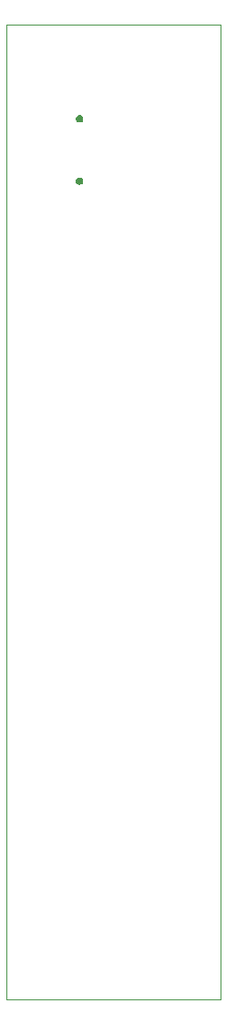
<source format=gbr>
%TF.GenerationSoftware,KiCad,Pcbnew,8.0.3*%
%TF.CreationDate,2024-07-23T11:53:19+01:00*%
%TF.ProjectId,ELI2040,454c4932-3034-4302-9e6b-696361645f70,rev?*%
%TF.SameCoordinates,Original*%
%TF.FileFunction,Profile,NP*%
%FSLAX46Y46*%
G04 Gerber Fmt 4.6, Leading zero omitted, Abs format (unit mm)*
G04 Created by KiCad (PCBNEW 8.0.3) date 2024-07-23 11:53:19*
%MOMM*%
%LPD*%
G01*
G04 APERTURE LIST*
%TA.AperFunction,Profile*%
%ADD10C,0.100000*%
%TD*%
%TA.AperFunction,Profile*%
%ADD11C,0.000000*%
%TD*%
G04 APERTURE END LIST*
D10*
X205515000Y-36195000D02*
X225425000Y-36195000D01*
X225425000Y-126635000D01*
X205515000Y-126635000D01*
X205515000Y-36195000D01*
D11*
%TA.AperFunction,Profile*%
%TO.C,USB2*%
G36*
X212453156Y-44557130D02*
G01*
X212550725Y-44606844D01*
X212628156Y-44684275D01*
X212677870Y-44781845D01*
X212695000Y-44890000D01*
X212677870Y-44998156D01*
X212628156Y-45095725D01*
X212550725Y-45173156D01*
X212453156Y-45222870D01*
X212345000Y-45240000D01*
X212236844Y-45222871D01*
X212139275Y-45173156D01*
X212061844Y-45095725D01*
X212012130Y-44998156D01*
X211995000Y-44889999D01*
X212012130Y-44781844D01*
X212061844Y-44684275D01*
X212139275Y-44606844D01*
X212236844Y-44557130D01*
X212345000Y-44540000D01*
X212453156Y-44557130D01*
G37*
%TD.AperFunction*%
%TA.AperFunction,Profile*%
G36*
X212453156Y-50337130D02*
G01*
X212550725Y-50386844D01*
X212628156Y-50464275D01*
X212677870Y-50561844D01*
X212695000Y-50670000D01*
X212677870Y-50778155D01*
X212628156Y-50875725D01*
X212550725Y-50953156D01*
X212453156Y-51002870D01*
X212345000Y-51020000D01*
X212236844Y-51002870D01*
X212139275Y-50953156D01*
X212061844Y-50875725D01*
X212012130Y-50778156D01*
X211995000Y-50670001D01*
X212012130Y-50561844D01*
X212061844Y-50464275D01*
X212139275Y-50386844D01*
X212236844Y-50337129D01*
X212345000Y-50320000D01*
X212453156Y-50337130D01*
G37*
%TD.AperFunction*%
%TD*%
M02*

</source>
